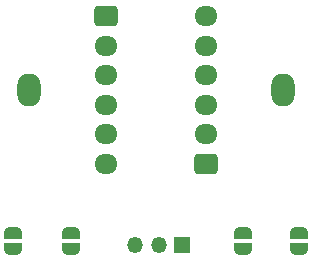
<source format=gts>
%TF.GenerationSoftware,KiCad,Pcbnew,8.0.0*%
%TF.CreationDate,2024-12-13T11:09:16-06:00*%
%TF.ProjectId,Rain connectors,5261696e-2063-46f6-9e6e-6563746f7273,rev?*%
%TF.SameCoordinates,Original*%
%TF.FileFunction,Soldermask,Top*%
%TF.FilePolarity,Negative*%
%FSLAX46Y46*%
G04 Gerber Fmt 4.6, Leading zero omitted, Abs format (unit mm)*
G04 Created by KiCad (PCBNEW 8.0.0) date 2024-12-13 11:09:16*
%MOMM*%
%LPD*%
G01*
G04 APERTURE LIST*
G04 Aperture macros list*
%AMRoundRect*
0 Rectangle with rounded corners*
0 $1 Rounding radius*
0 $2 $3 $4 $5 $6 $7 $8 $9 X,Y pos of 4 corners*
0 Add a 4 corners polygon primitive as box body*
4,1,4,$2,$3,$4,$5,$6,$7,$8,$9,$2,$3,0*
0 Add four circle primitives for the rounded corners*
1,1,$1+$1,$2,$3*
1,1,$1+$1,$4,$5*
1,1,$1+$1,$6,$7*
1,1,$1+$1,$8,$9*
0 Add four rect primitives between the rounded corners*
20,1,$1+$1,$2,$3,$4,$5,0*
20,1,$1+$1,$4,$5,$6,$7,0*
20,1,$1+$1,$6,$7,$8,$9,0*
20,1,$1+$1,$8,$9,$2,$3,0*%
%AMFreePoly0*
4,1,19,0.500000,-0.750000,0.000000,-0.750000,0.000000,-0.744911,-0.071157,-0.744911,-0.207708,-0.704816,-0.327430,-0.627875,-0.420627,-0.520320,-0.479746,-0.390866,-0.500000,-0.250000,-0.500000,0.250000,-0.479746,0.390866,-0.420627,0.520320,-0.327430,0.627875,-0.207708,0.704816,-0.071157,0.744911,0.000000,0.744911,0.000000,0.750000,0.500000,0.750000,0.500000,-0.750000,0.500000,-0.750000,
$1*%
%AMFreePoly1*
4,1,19,0.000000,0.744911,0.071157,0.744911,0.207708,0.704816,0.327430,0.627875,0.420627,0.520320,0.479746,0.390866,0.500000,0.250000,0.500000,-0.250000,0.479746,-0.390866,0.420627,-0.520320,0.327430,-0.627875,0.207708,-0.704816,0.071157,-0.744911,0.000000,-0.744911,0.000000,-0.750000,-0.500000,-0.750000,-0.500000,0.750000,0.000000,0.750000,0.000000,0.744911,0.000000,0.744911,
$1*%
G04 Aperture macros list end*
%ADD10FreePoly0,90.000000*%
%ADD11FreePoly1,90.000000*%
%ADD12O,2.000000X2.800000*%
%ADD13RoundRect,0.250000X0.725000X-0.600000X0.725000X0.600000X-0.725000X0.600000X-0.725000X-0.600000X0*%
%ADD14O,1.950000X1.700000*%
%ADD15RoundRect,0.250000X-0.725000X0.600000X-0.725000X-0.600000X0.725000X-0.600000X0.725000X0.600000X0*%
%ADD16O,1.350000X1.350000*%
%ADD17R,1.350000X1.350000*%
G04 APERTURE END LIST*
D10*
%TO.C,4*%
X146450000Y-93875000D03*
D11*
X146450000Y-92575000D03*
%TD*%
D10*
%TO.C,3*%
X141700000Y-93875000D03*
D11*
X141700000Y-92575000D03*
%TD*%
D10*
%TO.C,2*%
X127100000Y-93875000D03*
D11*
X127100000Y-92575000D03*
%TD*%
D10*
%TO.C,1*%
X122250000Y-93875000D03*
D11*
X122250000Y-92575000D03*
%TD*%
D12*
%TO.C,J2*%
X145100000Y-80425000D03*
D13*
X138600000Y-86675000D03*
D14*
X138600000Y-84175000D03*
X138600000Y-81675000D03*
X138600000Y-79175000D03*
X138600000Y-76675000D03*
X138600000Y-74175000D03*
%TD*%
D12*
%TO.C,J1*%
X123600000Y-80425000D03*
D15*
X130100000Y-74175000D03*
D14*
X130100000Y-76675000D03*
X130100000Y-79175000D03*
X130100000Y-81675000D03*
X130100000Y-84175000D03*
X130100000Y-86675000D03*
%TD*%
D16*
%TO.C,J3*%
X132550000Y-93575000D03*
X134550000Y-93575000D03*
D17*
X136550000Y-93575000D03*
%TD*%
M02*

</source>
